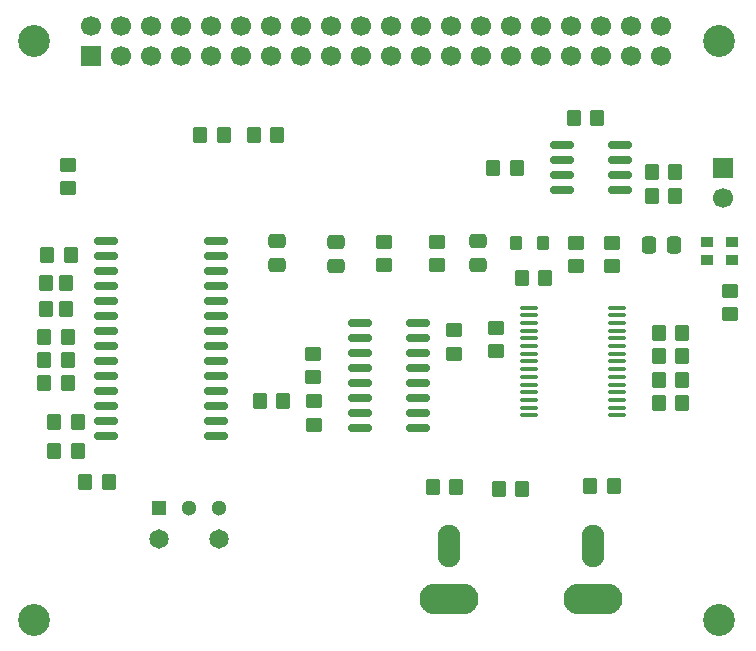
<source format=gts>
G04 #@! TF.GenerationSoftware,KiCad,Pcbnew,9.0.6*
G04 #@! TF.CreationDate,2026-01-29T05:22:03-08:00*
G04 #@! TF.ProjectId,mutebox_hat_audio_in,6d757465-626f-4785-9f68-61745f617564,rev?*
G04 #@! TF.SameCoordinates,Original*
G04 #@! TF.FileFunction,Soldermask,Top*
G04 #@! TF.FilePolarity,Negative*
%FSLAX46Y46*%
G04 Gerber Fmt 4.6, Leading zero omitted, Abs format (unit mm)*
G04 Created by KiCad (PCBNEW 9.0.6) date 2026-01-29 05:22:03*
%MOMM*%
%LPD*%
G01*
G04 APERTURE LIST*
G04 Aperture macros list*
%AMRoundRect*
0 Rectangle with rounded corners*
0 $1 Rounding radius*
0 $2 $3 $4 $5 $6 $7 $8 $9 X,Y pos of 4 corners*
0 Add a 4 corners polygon primitive as box body*
4,1,4,$2,$3,$4,$5,$6,$7,$8,$9,$2,$3,0*
0 Add four circle primitives for the rounded corners*
1,1,$1+$1,$2,$3*
1,1,$1+$1,$4,$5*
1,1,$1+$1,$6,$7*
1,1,$1+$1,$8,$9*
0 Add four rect primitives between the rounded corners*
20,1,$1+$1,$2,$3,$4,$5,0*
20,1,$1+$1,$4,$5,$6,$7,0*
20,1,$1+$1,$6,$7,$8,$9,0*
20,1,$1+$1,$8,$9,$2,$3,0*%
G04 Aperture macros list end*
%ADD10RoundRect,0.250000X-0.350000X-0.450000X0.350000X-0.450000X0.350000X0.450000X-0.350000X0.450000X0*%
%ADD11RoundRect,0.250000X0.350000X0.450000X-0.350000X0.450000X-0.350000X-0.450000X0.350000X-0.450000X0*%
%ADD12RoundRect,0.250000X0.275000X0.350000X-0.275000X0.350000X-0.275000X-0.350000X0.275000X-0.350000X0*%
%ADD13C,2.700000*%
%ADD14RoundRect,0.150000X-0.875000X-0.150000X0.875000X-0.150000X0.875000X0.150000X-0.875000X0.150000X0*%
%ADD15RoundRect,0.250000X-0.450000X0.350000X-0.450000X-0.350000X0.450000X-0.350000X0.450000X0.350000X0*%
%ADD16O,5.004000X2.604000*%
%ADD17O,1.904000X3.604000*%
%ADD18RoundRect,0.250000X0.450000X-0.350000X0.450000X0.350000X-0.450000X0.350000X-0.450000X-0.350000X0*%
%ADD19RoundRect,0.250000X-0.475000X0.337500X-0.475000X-0.337500X0.475000X-0.337500X0.475000X0.337500X0*%
%ADD20R,1.000000X0.900000*%
%ADD21RoundRect,0.150000X-0.825000X-0.150000X0.825000X-0.150000X0.825000X0.150000X-0.825000X0.150000X0*%
%ADD22R,1.700000X1.700000*%
%ADD23C,1.700000*%
%ADD24RoundRect,0.250000X0.350000X-0.450000X0.350000X0.450000X-0.350000X0.450000X-0.350000X-0.450000X0*%
%ADD25RoundRect,0.250000X-0.337500X-0.475000X0.337500X-0.475000X0.337500X0.475000X-0.337500X0.475000X0*%
%ADD26R,1.300000X1.300000*%
%ADD27C,1.300000*%
%ADD28C,1.650000*%
%ADD29RoundRect,0.100000X-0.637500X-0.100000X0.637500X-0.100000X0.637500X0.100000X-0.637500X0.100000X0*%
G04 APERTURE END LIST*
D10*
X119600000Y-55500000D03*
X117600000Y-55500000D03*
X124100000Y-55500000D03*
X122100000Y-55500000D03*
D11*
X157800000Y-60600000D03*
X155800000Y-60600000D03*
D12*
X146625000Y-64624624D03*
X144325000Y-64624624D03*
D13*
X161500000Y-47500000D03*
D14*
X109600000Y-64420000D03*
X109600000Y-65690000D03*
X109600000Y-66960000D03*
X109600000Y-68230000D03*
X109600000Y-69500000D03*
X109600000Y-70770000D03*
X109600000Y-72040000D03*
X109600000Y-73310000D03*
X109600000Y-74580000D03*
X109600000Y-75850000D03*
X109600000Y-77120000D03*
X109600000Y-78390000D03*
X109600000Y-79660000D03*
X109600000Y-80930000D03*
X118900000Y-80930000D03*
X118900000Y-79660000D03*
X118900000Y-78390000D03*
X118900000Y-77120000D03*
X118900000Y-75850000D03*
X118900000Y-74580000D03*
X118900000Y-73310000D03*
X118900000Y-72040000D03*
X118900000Y-70770000D03*
X118900000Y-69500000D03*
X118900000Y-68230000D03*
X118900000Y-66960000D03*
X118900000Y-65690000D03*
X118900000Y-64420000D03*
D10*
X144800000Y-67600000D03*
X146800000Y-67600000D03*
D15*
X152400000Y-64600000D03*
X152400000Y-66600000D03*
X133100000Y-64500000D03*
X133100000Y-66500000D03*
D16*
X150800000Y-94800000D03*
D17*
X150800000Y-90300000D03*
D10*
X156400000Y-74200000D03*
X158400000Y-74200000D03*
D16*
X138662000Y-94800000D03*
D17*
X138662000Y-90300000D03*
D10*
X104350000Y-74500000D03*
X106350000Y-74500000D03*
X142400000Y-58300000D03*
X144400000Y-58300000D03*
D18*
X127100000Y-76000000D03*
X127100000Y-74000000D03*
D19*
X141100000Y-64425000D03*
X141100000Y-66500000D03*
D15*
X106400000Y-58000000D03*
X106400000Y-60000000D03*
D10*
X137262000Y-85250000D03*
X139262000Y-85250000D03*
X156400000Y-78200000D03*
X158400000Y-78200000D03*
D15*
X139100000Y-72000000D03*
X139100000Y-74000000D03*
D10*
X142862000Y-85450000D03*
X144862000Y-85450000D03*
D15*
X127200000Y-78000000D03*
X127200000Y-80000000D03*
D20*
X162600000Y-64500000D03*
X160450000Y-64500000D03*
X160450000Y-66050000D03*
X162600000Y-66050000D03*
D21*
X148200000Y-56300000D03*
X148200000Y-57570000D03*
X148200000Y-58840000D03*
X148200000Y-60110000D03*
X153150000Y-60110000D03*
X153150000Y-58840000D03*
X153150000Y-57570000D03*
X153150000Y-56300000D03*
D22*
X161800000Y-58260000D03*
D23*
X161800000Y-60800000D03*
D11*
X106350000Y-72600000D03*
X104350000Y-72600000D03*
D13*
X103500000Y-96500000D03*
D11*
X106600000Y-65600000D03*
X104600000Y-65600000D03*
D10*
X105200000Y-82200000D03*
X107200000Y-82200000D03*
X156400000Y-76200000D03*
X158400000Y-76200000D03*
D13*
X103500000Y-47500000D03*
D15*
X149400000Y-64600000D03*
X149400000Y-66600000D03*
D10*
X150600000Y-85200000D03*
X152600000Y-85200000D03*
D24*
X106200000Y-70200000D03*
X106200000Y-68000000D03*
X104500000Y-68000000D03*
X104500000Y-70200000D03*
D11*
X151200000Y-54000000D03*
X149200000Y-54000000D03*
D10*
X105200000Y-79800000D03*
X107200000Y-79800000D03*
D11*
X106350000Y-76450000D03*
X104350000Y-76450000D03*
D10*
X156400000Y-72200000D03*
X158400000Y-72200000D03*
D11*
X157800000Y-58600000D03*
X155800000Y-58600000D03*
D25*
X155592500Y-64820000D03*
X157667500Y-64820000D03*
D13*
X161500000Y-96500000D03*
D19*
X129100000Y-64500000D03*
X129100000Y-66575000D03*
X124100000Y-64425000D03*
X124100000Y-66500000D03*
D26*
X114060000Y-87040000D03*
D27*
X116600000Y-87040000D03*
X119140000Y-87040000D03*
D28*
X114060000Y-89660000D03*
X119140000Y-89660000D03*
D11*
X109860000Y-84860000D03*
X107860000Y-84860000D03*
D21*
X131100000Y-71380000D03*
X131100000Y-72650000D03*
X131100000Y-73920000D03*
X131100000Y-75190000D03*
X131100000Y-76460000D03*
X131100000Y-77730000D03*
X131100000Y-79000000D03*
X131100000Y-80270000D03*
X136050000Y-80270000D03*
X136050000Y-79000000D03*
X136050000Y-77730000D03*
X136050000Y-76460000D03*
X136050000Y-75190000D03*
X136050000Y-73920000D03*
X136050000Y-72650000D03*
X136050000Y-71380000D03*
D29*
X145400000Y-70100000D03*
X145400000Y-70750000D03*
X145400000Y-71400000D03*
X145400000Y-72050000D03*
X145400000Y-72700000D03*
X145400000Y-73350000D03*
X145400000Y-74000000D03*
X145400000Y-74650000D03*
X145400000Y-75300000D03*
X145400000Y-75950000D03*
X145400000Y-76600000D03*
X145400000Y-77250000D03*
X145400000Y-77900000D03*
X145400000Y-78550000D03*
X145400000Y-79200000D03*
X152825000Y-79200000D03*
X152825000Y-78550000D03*
X152825000Y-77900000D03*
X152825000Y-77250000D03*
X152825000Y-76600000D03*
X152825000Y-75950000D03*
X152825000Y-75300000D03*
X152825000Y-74650000D03*
X152825000Y-74000000D03*
X152825000Y-73350000D03*
X152825000Y-72700000D03*
X152825000Y-72050000D03*
X152825000Y-71400000D03*
X152825000Y-70750000D03*
X152825000Y-70100000D03*
D15*
X162400000Y-68663785D03*
X162400000Y-70663785D03*
D10*
X122600000Y-78000000D03*
X124600000Y-78000000D03*
D15*
X137600000Y-64500000D03*
X137600000Y-66500000D03*
X142600000Y-71800000D03*
X142600000Y-73800000D03*
D22*
X108370000Y-48770000D03*
D23*
X108370000Y-46230000D03*
X110910000Y-48770000D03*
X110910000Y-46230000D03*
X113450000Y-48770000D03*
X113450000Y-46230000D03*
X115990000Y-48770000D03*
X115990000Y-46230000D03*
X118530000Y-48770000D03*
X118530000Y-46230000D03*
X121070000Y-48770000D03*
X121070000Y-46230000D03*
X123610000Y-48770000D03*
X123610000Y-46230000D03*
X126150000Y-48770000D03*
X126150000Y-46230000D03*
X128690000Y-48770000D03*
X128690000Y-46230000D03*
X131230000Y-48770000D03*
X131230000Y-46230000D03*
X133770000Y-48770000D03*
X133770000Y-46230000D03*
X136310000Y-48770000D03*
X136310000Y-46230000D03*
X138850000Y-48770000D03*
X138850000Y-46230000D03*
X141390000Y-48770000D03*
X141390000Y-46230000D03*
X143930000Y-48770000D03*
X143930000Y-46230000D03*
X146470000Y-48770000D03*
X146470000Y-46230000D03*
X149010000Y-48770000D03*
X149010000Y-46230000D03*
X151550000Y-48770000D03*
X151550000Y-46230000D03*
X154090000Y-48770000D03*
X154090000Y-46230000D03*
X156630000Y-48770000D03*
X156630000Y-46230000D03*
M02*

</source>
